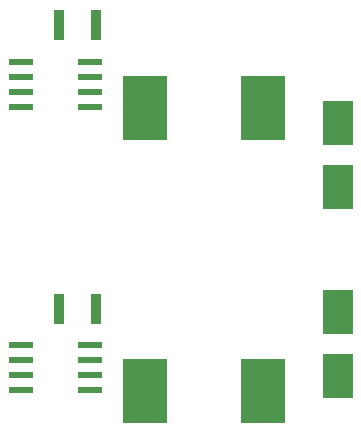
<source format=gtp>
G04*
G04 #@! TF.GenerationSoftware,Altium Limited,Altium Designer,18.0.12 (696)*
G04*
G04 Layer_Color=8421504*
%FSLAX44Y44*%
%MOMM*%
G71*
G01*
G75*
%ADD12R,2.1000X0.6000*%
%ADD13R,3.8500X5.5000*%
%ADD14R,0.9000X2.5000*%
%ADD15R,2.5500X3.7500*%
D12*
X118000Y169050D02*
D03*
Y156350D02*
D03*
Y143650D02*
D03*
Y130950D02*
D03*
X176000Y169050D02*
D03*
Y156350D02*
D03*
Y143650D02*
D03*
Y130950D02*
D03*
Y370950D02*
D03*
Y383650D02*
D03*
Y396350D02*
D03*
Y409050D02*
D03*
X118000Y370950D02*
D03*
Y383650D02*
D03*
Y396350D02*
D03*
Y409050D02*
D03*
D13*
X322750Y130000D02*
D03*
X223250D02*
D03*
X223250Y370000D02*
D03*
X322750D02*
D03*
D14*
X181500Y200000D02*
D03*
X150500D02*
D03*
Y440000D02*
D03*
X181500D02*
D03*
D15*
X386000Y143000D02*
D03*
Y197000D02*
D03*
Y357000D02*
D03*
Y303000D02*
D03*
M02*

</source>
